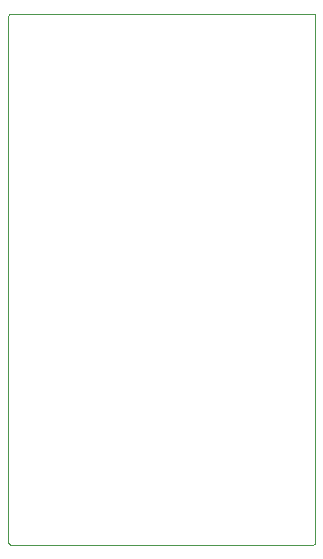
<source format=gm1>
G04*
G04 #@! TF.GenerationSoftware,Altium Limited,Altium Designer,21.3.1 (25)*
G04*
G04 Layer_Color=16711935*
%FSLAX44Y44*%
%MOMM*%
G71*
G04*
G04 #@! TF.SameCoordinates,1899EECA-0796-468C-8384-63A2F62C21E4*
G04*
G04*
G04 #@! TF.FilePolarity,Positive*
G04*
G01*
G75*
%ADD12C,0.1000*%
D12*
X260020Y447230D02*
X259276Y449026D01*
X257480Y449770D01*
Y-230D02*
X259276Y514D01*
X260020Y2310D01*
X2560Y449770D02*
X764Y449026D01*
X20Y447230D01*
Y2310D02*
X764Y514D01*
X2560Y-230D01*
X257480D01*
X2560Y449770D02*
X257480D01*
X260020Y2310D02*
Y447230D01*
X20Y2310D02*
Y447230D01*
M02*

</source>
